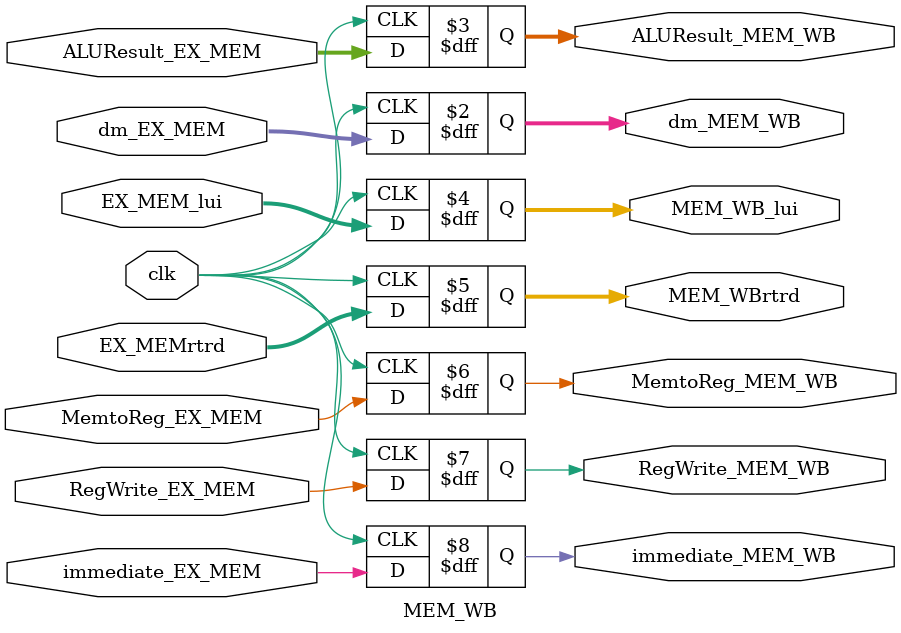
<source format=v>
`timescale 1ns / 1ps

module MEM_WB(
    input clk,
    input [31:0] dm_EX_MEM,
    input [31:0] ALUResult_EX_MEM,
    input [31:0] EX_MEM_lui,
    input [4:0] EX_MEMrtrd,
    input MemtoReg_EX_MEM,
    input RegWrite_EX_MEM,
    input immediate_EX_MEM,
    
    
    output reg [31:0] dm_MEM_WB,
    output reg [31:0] ALUResult_MEM_WB,
    output reg [31:0] MEM_WB_lui,
    output reg [4:0] MEM_WBrtrd,
    output reg MemtoReg_MEM_WB,
    output reg RegWrite_MEM_WB,
    output reg immediate_MEM_WB
    );
    
    always @(posedge clk) 
    begin
     dm_MEM_WB = dm_EX_MEM;
     ALUResult_MEM_WB = ALUResult_EX_MEM;
     MEM_WB_lui = EX_MEM_lui;
     MEM_WBrtrd = EX_MEMrtrd;
     MemtoReg_MEM_WB = MemtoReg_EX_MEM;
     RegWrite_MEM_WB = RegWrite_EX_MEM;
     immediate_MEM_WB = immediate_EX_MEM;
     
    end
    
endmodule

</source>
